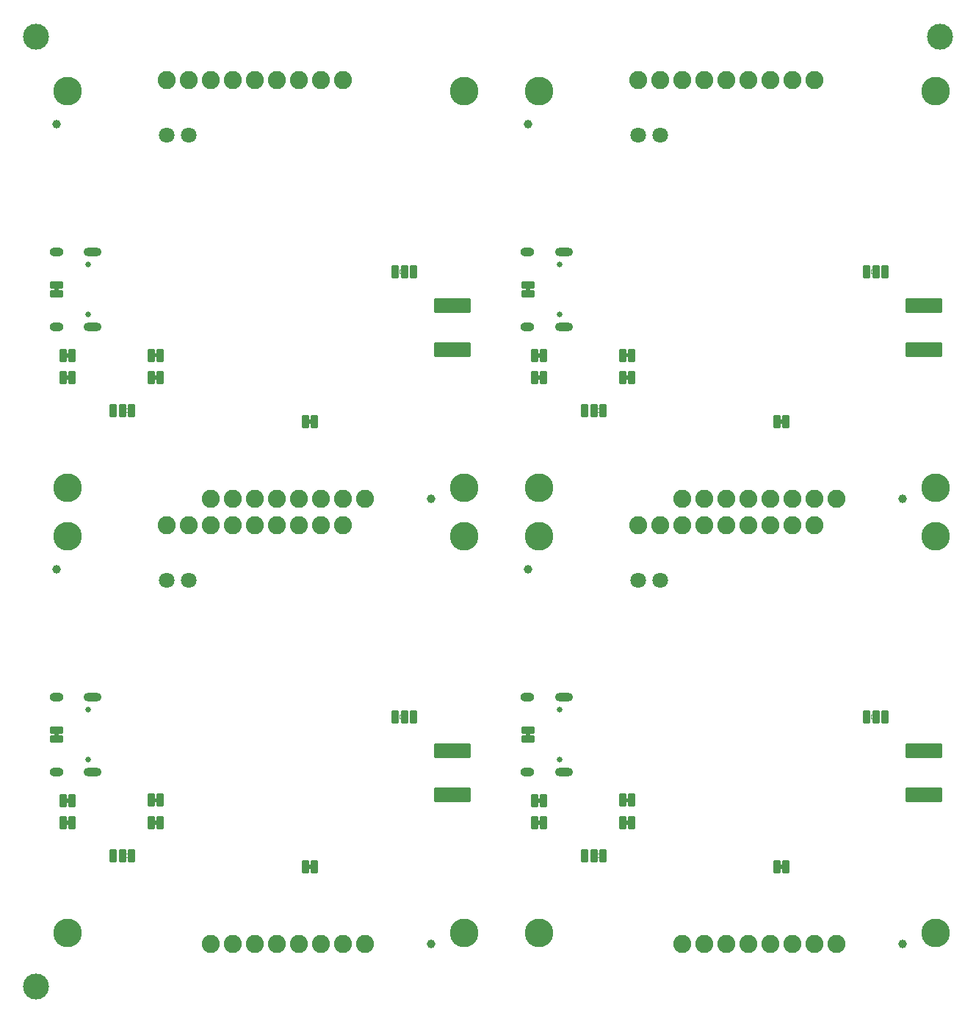
<source format=gbs>
%TF.GenerationSoftware,KiCad,Pcbnew,7.0.6*%
%TF.CreationDate,2023-09-18T12:37:55-06:00*%
%TF.ProjectId,SparkFun_GNSS_UM980_panelized,53706172-6b46-4756-9e5f-474e53535f55,rev?*%
%TF.SameCoordinates,Original*%
%TF.FileFunction,Soldermask,Bot*%
%TF.FilePolarity,Negative*%
%FSLAX46Y46*%
G04 Gerber Fmt 4.6, Leading zero omitted, Abs format (unit mm)*
G04 Created by KiCad (PCBNEW 7.0.6) date 2023-09-18 12:37:55*
%MOMM*%
%LPD*%
G01*
G04 APERTURE LIST*
G04 Aperture macros list*
%AMRoundRect*
0 Rectangle with rounded corners*
0 $1 Rounding radius*
0 $2 $3 $4 $5 $6 $7 $8 $9 X,Y pos of 4 corners*
0 Add a 4 corners polygon primitive as box body*
4,1,4,$2,$3,$4,$5,$6,$7,$8,$9,$2,$3,0*
0 Add four circle primitives for the rounded corners*
1,1,$1+$1,$2,$3*
1,1,$1+$1,$4,$5*
1,1,$1+$1,$6,$7*
1,1,$1+$1,$8,$9*
0 Add four rect primitives between the rounded corners*
20,1,$1+$1,$2,$3,$4,$5,0*
20,1,$1+$1,$4,$5,$6,$7,0*
20,1,$1+$1,$6,$7,$8,$9,0*
20,1,$1+$1,$8,$9,$2,$3,0*%
G04 Aperture macros list end*
%ADD10C,0.100000*%
%ADD11C,0.650000*%
%ADD12O,1.600000X1.000000*%
%ADD13O,2.100000X1.000000*%
%ADD14C,3.302000*%
%ADD15C,2.082800*%
%ADD16C,1.803200*%
%ADD17RoundRect,0.101600X-2.000000X0.750000X-2.000000X-0.750000X2.000000X-0.750000X2.000000X0.750000X0*%
%ADD18RoundRect,0.101600X-0.330200X-0.635000X0.330200X-0.635000X0.330200X0.635000X-0.330200X0.635000X0*%
%ADD19RoundRect,0.101600X-0.635000X0.330200X-0.635000X-0.330200X0.635000X-0.330200X0.635000X0.330200X0*%
%ADD20RoundRect,0.101600X0.330200X0.635000X-0.330200X0.635000X-0.330200X-0.635000X0.330200X-0.635000X0*%
%ADD21C,1.000000*%
%ADD22C,3.000000*%
G04 APERTURE END LIST*
%TO.C,JP3*%
G36*
X2794000Y66299500D02*
G01*
X2286000Y66299500D01*
X2286000Y66780500D01*
X2794000Y66780500D01*
X2794000Y66299500D01*
G37*
G36*
X57142000Y66299500D02*
G01*
X56634000Y66299500D01*
X56634000Y66780500D01*
X57142000Y66780500D01*
X57142000Y66299500D01*
G37*
G36*
X57142000Y14999500D02*
G01*
X56634000Y14999500D01*
X56634000Y15480500D01*
X57142000Y15480500D01*
X57142000Y14999500D01*
G37*
G36*
X2794000Y14999500D02*
G01*
X2286000Y14999500D01*
X2286000Y15480500D01*
X2794000Y15480500D01*
X2794000Y14999500D01*
G37*
%TO.C,JP7*%
G36*
X55858500Y25146000D02*
G01*
X55377500Y25146000D01*
X55377500Y25654000D01*
X55858500Y25654000D01*
X55858500Y25146000D01*
G37*
G36*
X1510500Y76446000D02*
G01*
X1029500Y76446000D01*
X1029500Y76954000D01*
X1510500Y76954000D01*
X1510500Y76446000D01*
G37*
G36*
X55858500Y76446000D02*
G01*
X55377500Y76446000D01*
X55377500Y76954000D01*
X55858500Y76954000D01*
X55858500Y76446000D01*
G37*
G36*
X1510500Y25146000D02*
G01*
X1029500Y25146000D01*
X1029500Y25654000D01*
X1510500Y25654000D01*
X1510500Y25146000D01*
G37*
D10*
%TO.C,JP6*%
X63838000Y62930000D02*
X63638000Y62930000D01*
X63638000Y62930000D02*
X63638000Y62530000D01*
X63638000Y62530000D02*
X63838000Y62530000D01*
X63838000Y62530000D02*
X63838000Y62930000D01*
X9490000Y62930000D02*
X9290000Y62930000D01*
X9290000Y62930000D02*
X9290000Y62530000D01*
X9290000Y62530000D02*
X9490000Y62530000D01*
X9490000Y62530000D02*
X9490000Y62930000D01*
X63838000Y11630000D02*
X63638000Y11630000D01*
X63638000Y11630000D02*
X63638000Y11230000D01*
X63638000Y11230000D02*
X63838000Y11230000D01*
X63838000Y11230000D02*
X63838000Y11630000D01*
X9490000Y11630000D02*
X9290000Y11630000D01*
X9290000Y11630000D02*
X9290000Y11230000D01*
X9290000Y11230000D02*
X9490000Y11230000D01*
X9490000Y11230000D02*
X9490000Y11630000D01*
%TO.C,JP1*%
X95150000Y78532000D02*
X95350000Y78532000D01*
X95350000Y78532000D02*
X95350000Y78932000D01*
X95350000Y78932000D02*
X95150000Y78932000D01*
X95150000Y78932000D02*
X95150000Y78532000D01*
X40802000Y78532000D02*
X41002000Y78532000D01*
X41002000Y78532000D02*
X41002000Y78932000D01*
X41002000Y78932000D02*
X40802000Y78932000D01*
X40802000Y78932000D02*
X40802000Y78532000D01*
X95150000Y27232000D02*
X95350000Y27232000D01*
X95350000Y27232000D02*
X95350000Y27632000D01*
X95350000Y27632000D02*
X95150000Y27632000D01*
X95150000Y27632000D02*
X95150000Y27232000D01*
X40802000Y27232000D02*
X41002000Y27232000D01*
X41002000Y27232000D02*
X41002000Y27632000D01*
X41002000Y27632000D02*
X40802000Y27632000D01*
X40802000Y27632000D02*
X40802000Y27232000D01*
%TO.C,JP4*%
G36*
X67302000Y68859500D02*
G01*
X66794000Y68859500D01*
X66794000Y69340500D01*
X67302000Y69340500D01*
X67302000Y68859500D01*
G37*
G36*
X12954000Y68859500D02*
G01*
X12446000Y68859500D01*
X12446000Y69340500D01*
X12954000Y69340500D01*
X12954000Y68859500D01*
G37*
G36*
X67302000Y17559500D02*
G01*
X66794000Y17559500D01*
X66794000Y18040500D01*
X67302000Y18040500D01*
X67302000Y17559500D01*
G37*
G36*
X12954000Y17559500D02*
G01*
X12446000Y17559500D01*
X12446000Y18040500D01*
X12954000Y18040500D01*
X12954000Y17559500D01*
G37*
%TO.C,JP2*%
G36*
X57142000Y17539500D02*
G01*
X56634000Y17539500D01*
X56634000Y18020500D01*
X57142000Y18020500D01*
X57142000Y17539500D01*
G37*
G36*
X2794000Y68839500D02*
G01*
X2286000Y68839500D01*
X2286000Y69320500D01*
X2794000Y69320500D01*
X2794000Y68839500D01*
G37*
G36*
X57142000Y68839500D02*
G01*
X56634000Y68839500D01*
X56634000Y69320500D01*
X57142000Y69320500D01*
X57142000Y68839500D01*
G37*
G36*
X2794000Y17539500D02*
G01*
X2286000Y17539500D01*
X2286000Y18020500D01*
X2794000Y18020500D01*
X2794000Y17539500D01*
G37*
%TO.C,JP8*%
G36*
X85082000Y61219500D02*
G01*
X84574000Y61219500D01*
X84574000Y61700500D01*
X85082000Y61700500D01*
X85082000Y61219500D01*
G37*
G36*
X30734000Y61219500D02*
G01*
X30226000Y61219500D01*
X30226000Y61700500D01*
X30734000Y61700500D01*
X30734000Y61219500D01*
G37*
G36*
X85082000Y9919500D02*
G01*
X84574000Y9919500D01*
X84574000Y10400500D01*
X85082000Y10400500D01*
X85082000Y9919500D01*
G37*
G36*
X30734000Y9919500D02*
G01*
X30226000Y9919500D01*
X30226000Y10400500D01*
X30734000Y10400500D01*
X30734000Y9919500D01*
G37*
%TO.C,JP5*%
G36*
X67302000Y66299500D02*
G01*
X66794000Y66299500D01*
X66794000Y66780500D01*
X67302000Y66780500D01*
X67302000Y66299500D01*
G37*
G36*
X67302000Y14999500D02*
G01*
X66794000Y14999500D01*
X66794000Y15480500D01*
X67302000Y15480500D01*
X67302000Y14999500D01*
G37*
G36*
X12954000Y66299500D02*
G01*
X12446000Y66299500D01*
X12446000Y66780500D01*
X12954000Y66780500D01*
X12954000Y66299500D01*
G37*
G36*
X12954000Y14999500D02*
G01*
X12446000Y14999500D01*
X12446000Y15480500D01*
X12954000Y15480500D01*
X12954000Y14999500D01*
G37*
%TD*%
D11*
%TO.C,J1*%
X59253000Y28290000D03*
X59253000Y22510000D03*
D12*
X55603000Y29718000D03*
D13*
X59783000Y29718000D03*
X59783000Y21082000D03*
D12*
X55603000Y21082000D03*
%TD*%
D11*
%TO.C,J1*%
X59253000Y79590000D03*
X59253000Y73810000D03*
D12*
X55603000Y81018000D03*
D13*
X59783000Y81018000D03*
X59783000Y72382000D03*
D12*
X55603000Y72382000D03*
%TD*%
D11*
%TO.C,J1*%
X4905000Y79590000D03*
X4905000Y73810000D03*
D12*
X1255000Y81018000D03*
D13*
X5435000Y81018000D03*
X5435000Y72382000D03*
D12*
X1255000Y72382000D03*
%TD*%
D11*
%TO.C,J1*%
X4905000Y28290000D03*
X4905000Y22510000D03*
D12*
X1255000Y29718000D03*
D13*
X5435000Y29718000D03*
X5435000Y21082000D03*
D12*
X1255000Y21082000D03*
%TD*%
D14*
%TO.C,ST2*%
X48260000Y53840000D03*
%TD*%
%TO.C,ST2*%
X102608000Y2540000D03*
%TD*%
%TO.C,ST2*%
X102608000Y53840000D03*
%TD*%
%TO.C,ST2*%
X48260000Y2540000D03*
%TD*%
D15*
%TO.C,J8*%
X34290000Y100830000D03*
X31750000Y100830000D03*
X29210000Y100830000D03*
X26670000Y100830000D03*
X24130000Y100830000D03*
X21590000Y100830000D03*
X19050000Y100830000D03*
X16510000Y100830000D03*
X13970000Y100830000D03*
%TD*%
%TO.C,J8*%
X88638000Y49530000D03*
X86098000Y49530000D03*
X83558000Y49530000D03*
X81018000Y49530000D03*
X78478000Y49530000D03*
X75938000Y49530000D03*
X73398000Y49530000D03*
X70858000Y49530000D03*
X68318000Y49530000D03*
%TD*%
%TO.C,J8*%
X88638000Y100830000D03*
X86098000Y100830000D03*
X83558000Y100830000D03*
X81018000Y100830000D03*
X78478000Y100830000D03*
X75938000Y100830000D03*
X73398000Y100830000D03*
X70858000Y100830000D03*
X68318000Y100830000D03*
%TD*%
%TO.C,J8*%
X34290000Y49530000D03*
X31750000Y49530000D03*
X29210000Y49530000D03*
X26670000Y49530000D03*
X24130000Y49530000D03*
X21590000Y49530000D03*
X19050000Y49530000D03*
X16510000Y49530000D03*
X13970000Y49530000D03*
%TD*%
D16*
%TO.C,TP2*%
X13970000Y94480000D03*
%TD*%
%TO.C,TP2*%
X68318000Y94480000D03*
%TD*%
%TO.C,TP2*%
X68318000Y43180000D03*
%TD*%
%TO.C,TP2*%
X13970000Y43180000D03*
%TD*%
D17*
%TO.C,J5*%
X46953150Y74795000D03*
X46953150Y69715000D03*
%TD*%
%TO.C,J5*%
X101301150Y23495000D03*
X101301150Y18415000D03*
%TD*%
%TO.C,J5*%
X101301150Y74795000D03*
X101301150Y69715000D03*
%TD*%
%TO.C,J5*%
X46953150Y23495000D03*
X46953150Y18415000D03*
%TD*%
D15*
%TO.C,J7*%
X78478000Y1270000D03*
X81018000Y1270000D03*
X83558000Y1270000D03*
X86098000Y1270000D03*
X88638000Y1270000D03*
X91178000Y1270000D03*
%TD*%
%TO.C,J7*%
X24130000Y52570000D03*
X26670000Y52570000D03*
X29210000Y52570000D03*
X31750000Y52570000D03*
X34290000Y52570000D03*
X36830000Y52570000D03*
%TD*%
%TO.C,J7*%
X78478000Y52570000D03*
X81018000Y52570000D03*
X83558000Y52570000D03*
X86098000Y52570000D03*
X88638000Y52570000D03*
X91178000Y52570000D03*
%TD*%
%TO.C,J7*%
X24130000Y1270000D03*
X26670000Y1270000D03*
X29210000Y1270000D03*
X31750000Y1270000D03*
X34290000Y1270000D03*
X36830000Y1270000D03*
%TD*%
D14*
%TO.C,ST1*%
X48260000Y99560000D03*
%TD*%
%TO.C,ST1*%
X102608000Y48260000D03*
%TD*%
%TO.C,ST1*%
X102608000Y99560000D03*
%TD*%
%TO.C,ST1*%
X48260000Y48260000D03*
%TD*%
D16*
%TO.C,TP1*%
X16510000Y94480000D03*
%TD*%
%TO.C,TP1*%
X70858000Y43180000D03*
%TD*%
%TO.C,TP1*%
X70858000Y94480000D03*
%TD*%
%TO.C,TP1*%
X16510000Y43180000D03*
%TD*%
D15*
%TO.C,J4*%
X19050000Y52570000D03*
X21590000Y52570000D03*
%TD*%
%TO.C,J4*%
X73398000Y52570000D03*
X75938000Y52570000D03*
%TD*%
%TO.C,J4*%
X73398000Y1270000D03*
X75938000Y1270000D03*
%TD*%
%TO.C,J4*%
X19050000Y1270000D03*
X21590000Y1270000D03*
%TD*%
D14*
%TO.C,ST3*%
X56888000Y99560000D03*
%TD*%
%TO.C,ST3*%
X56888000Y48260000D03*
%TD*%
%TO.C,ST3*%
X2540000Y99560000D03*
%TD*%
%TO.C,ST3*%
X2540000Y48260000D03*
%TD*%
%TO.C,ST4*%
X56888000Y53840000D03*
%TD*%
%TO.C,ST4*%
X2540000Y53840000D03*
%TD*%
%TO.C,ST4*%
X56888000Y2540000D03*
%TD*%
%TO.C,ST4*%
X2540000Y2540000D03*
%TD*%
D18*
%TO.C,JP3*%
X2019300Y66540000D03*
X3060700Y66540000D03*
%TD*%
%TO.C,JP3*%
X56367300Y66540000D03*
X57408700Y66540000D03*
%TD*%
%TO.C,JP3*%
X56367300Y15240000D03*
X57408700Y15240000D03*
%TD*%
%TO.C,JP3*%
X2019300Y15240000D03*
X3060700Y15240000D03*
%TD*%
D19*
%TO.C,JP7*%
X55618000Y25920700D03*
X55618000Y24879300D03*
%TD*%
%TO.C,JP7*%
X1270000Y77220700D03*
X1270000Y76179300D03*
%TD*%
%TO.C,JP7*%
X55618000Y77220700D03*
X55618000Y76179300D03*
%TD*%
%TO.C,JP7*%
X1270000Y25920700D03*
X1270000Y24879300D03*
%TD*%
D18*
%TO.C,JP6*%
X64279400Y62730000D03*
X63238000Y62730000D03*
X62196600Y62730000D03*
%TD*%
%TO.C,JP6*%
X9931400Y62730000D03*
X8890000Y62730000D03*
X7848600Y62730000D03*
%TD*%
%TO.C,JP6*%
X64279400Y11430000D03*
X63238000Y11430000D03*
X62196600Y11430000D03*
%TD*%
%TO.C,JP6*%
X9931400Y11430000D03*
X8890000Y11430000D03*
X7848600Y11430000D03*
%TD*%
D20*
%TO.C,JP1*%
X94708600Y78732000D03*
X95750000Y78732000D03*
X96791400Y78732000D03*
%TD*%
%TO.C,JP1*%
X40360600Y78732000D03*
X41402000Y78732000D03*
X42443400Y78732000D03*
%TD*%
%TO.C,JP1*%
X94708600Y27432000D03*
X95750000Y27432000D03*
X96791400Y27432000D03*
%TD*%
%TO.C,JP1*%
X40360600Y27432000D03*
X41402000Y27432000D03*
X42443400Y27432000D03*
%TD*%
D21*
%TO.C,FID2*%
X55618000Y95750000D03*
%TD*%
%TO.C,FID2*%
X1270000Y95750000D03*
%TD*%
%TO.C,FID2*%
X55618000Y44450000D03*
%TD*%
%TO.C,FID2*%
X1270000Y44450000D03*
%TD*%
%TO.C,FID1*%
X98798000Y1270000D03*
%TD*%
%TO.C,FID1*%
X44450000Y52570000D03*
%TD*%
%TO.C,FID1*%
X98798000Y52570000D03*
%TD*%
%TO.C,FID1*%
X44450000Y1270000D03*
%TD*%
D22*
%TO.C,*%
X-1048000Y105775000D03*
%TD*%
D18*
%TO.C,JP4*%
X66527300Y69100000D03*
X67568700Y69100000D03*
%TD*%
%TO.C,JP4*%
X12179300Y69100000D03*
X13220700Y69100000D03*
%TD*%
%TO.C,JP4*%
X66527300Y17800000D03*
X67568700Y17800000D03*
%TD*%
%TO.C,JP4*%
X12179300Y17800000D03*
X13220700Y17800000D03*
%TD*%
D22*
%TO.C,*%
X103148000Y105775000D03*
%TD*%
D18*
%TO.C,JP2*%
X56367300Y17780000D03*
X57408700Y17780000D03*
%TD*%
%TO.C,JP2*%
X2019300Y69080000D03*
X3060700Y69080000D03*
%TD*%
%TO.C,JP2*%
X56367300Y69080000D03*
X57408700Y69080000D03*
%TD*%
%TO.C,JP2*%
X2019300Y17780000D03*
X3060700Y17780000D03*
%TD*%
D22*
%TO.C,*%
X-1048000Y-3675000D03*
%TD*%
D20*
%TO.C,JP8*%
X85348700Y61460000D03*
X84307300Y61460000D03*
%TD*%
%TO.C,JP8*%
X31000700Y61460000D03*
X29959300Y61460000D03*
%TD*%
%TO.C,JP8*%
X85348700Y10160000D03*
X84307300Y10160000D03*
%TD*%
%TO.C,JP8*%
X31000700Y10160000D03*
X29959300Y10160000D03*
%TD*%
D18*
%TO.C,JP5*%
X66527300Y66540000D03*
X67568700Y66540000D03*
%TD*%
%TO.C,JP5*%
X66527300Y15240000D03*
X67568700Y15240000D03*
%TD*%
%TO.C,JP5*%
X12179300Y66540000D03*
X13220700Y66540000D03*
%TD*%
%TO.C,JP5*%
X12179300Y15240000D03*
X13220700Y15240000D03*
%TD*%
M02*

</source>
